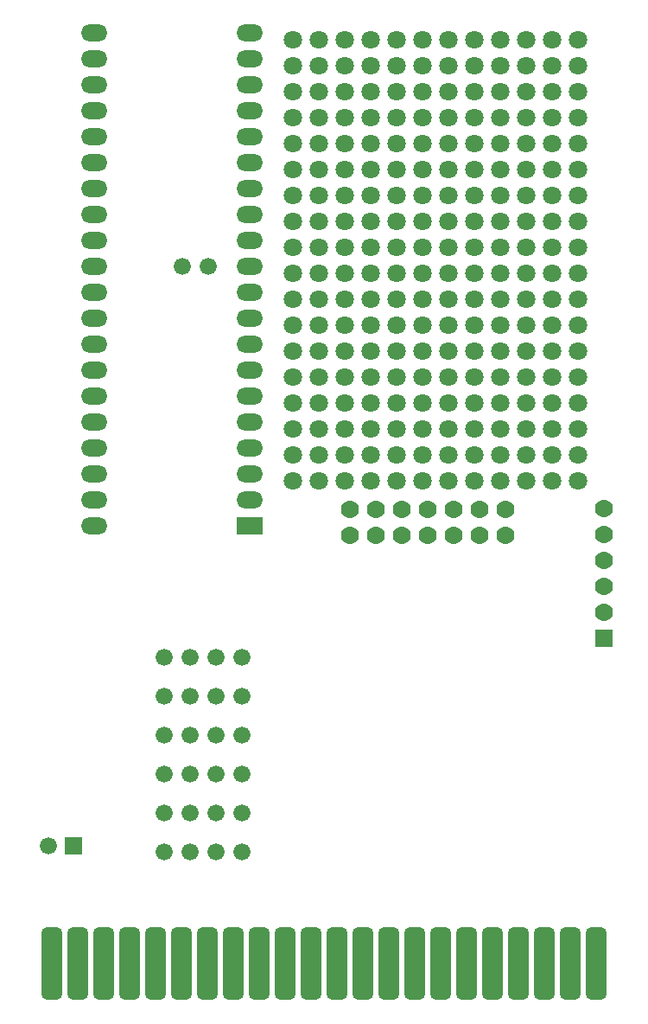
<source format=gbs>
G04*
G04 #@! TF.GenerationSoftware,Altium Limited,Altium Designer,21.1.1 (26)*
G04*
G04 Layer_Color=16711935*
%FSLAX25Y25*%
%MOIN*%
G70*
G04*
G04 #@! TF.SameCoordinates,A5F47C6F-2453-4AC6-896B-71FEB3B9F667*
G04*
G04*
G04 #@! TF.FilePolarity,Negative*
G04*
G01*
G75*
G04:AMPARAMS|DCode=23|XSize=81.73mil|YSize=278.58mil|CornerRadius=21.18mil|HoleSize=0mil|Usage=FLASHONLY|Rotation=0.000|XOffset=0mil|YOffset=0mil|HoleType=Round|Shape=RoundedRectangle|*
%AMROUNDEDRECTD23*
21,1,0.08173,0.23622,0,0,0.0*
21,1,0.03937,0.27858,0,0,0.0*
1,1,0.04236,0.01968,-0.11811*
1,1,0.04236,-0.01968,-0.11811*
1,1,0.04236,-0.01968,0.11811*
1,1,0.04236,0.01968,0.11811*
%
%ADD23ROUNDEDRECTD23*%
%ADD31C,0.06992*%
%ADD32C,0.06598*%
%ADD33O,0.10142X0.06598*%
%ADD34R,0.10142X0.06598*%
%ADD35R,0.06598X0.06598*%
%ADD36R,0.06992X0.06992*%
%ADD37C,0.07099*%
D23*
X29169Y19700D02*
D03*
X19169D02*
D03*
X69169D02*
D03*
X59169D02*
D03*
X49169D02*
D03*
X99169D02*
D03*
X89169D02*
D03*
X129169D02*
D03*
X119169D02*
D03*
X159169D02*
D03*
X149169D02*
D03*
X189169D02*
D03*
X179169D02*
D03*
X219169D02*
D03*
X209169D02*
D03*
X79169D02*
D03*
X39169D02*
D03*
X9169D02*
D03*
X199169D02*
D03*
X169169D02*
D03*
X139169D02*
D03*
X109169D02*
D03*
D31*
X184000Y184500D02*
D03*
X174000D02*
D03*
X164000D02*
D03*
X154000D02*
D03*
X144000D02*
D03*
X134000D02*
D03*
X124000D02*
D03*
Y194500D02*
D03*
X134000D02*
D03*
X144000D02*
D03*
X154000D02*
D03*
X164000D02*
D03*
X174000D02*
D03*
X184000D02*
D03*
X222000Y195000D02*
D03*
Y185000D02*
D03*
Y175000D02*
D03*
Y165000D02*
D03*
Y155000D02*
D03*
D32*
X52500Y92500D02*
D03*
X62500D02*
D03*
Y122500D02*
D03*
X52500D02*
D03*
X62500Y62500D02*
D03*
X52500D02*
D03*
X62500Y77500D02*
D03*
X52500D02*
D03*
X62500Y137500D02*
D03*
X52500D02*
D03*
X62500Y107500D02*
D03*
X52500D02*
D03*
X82500D02*
D03*
X72500D02*
D03*
X82500Y92500D02*
D03*
X72500D02*
D03*
X82500Y137500D02*
D03*
X72500D02*
D03*
X82500Y77500D02*
D03*
X72500D02*
D03*
X82500Y62500D02*
D03*
X72500D02*
D03*
X82500Y122500D02*
D03*
X72500D02*
D03*
X59369Y288300D02*
D03*
X69369D02*
D03*
X7658Y65000D02*
D03*
D33*
X85369Y328300D02*
D03*
Y338300D02*
D03*
Y348300D02*
D03*
Y358300D02*
D03*
Y368300D02*
D03*
Y378300D02*
D03*
Y318300D02*
D03*
Y308300D02*
D03*
Y298300D02*
D03*
Y288300D02*
D03*
Y278300D02*
D03*
Y268300D02*
D03*
Y258300D02*
D03*
Y248300D02*
D03*
Y238300D02*
D03*
Y228300D02*
D03*
Y218300D02*
D03*
Y208300D02*
D03*
Y198300D02*
D03*
X25369Y378300D02*
D03*
Y368300D02*
D03*
Y358300D02*
D03*
Y348300D02*
D03*
Y338300D02*
D03*
Y328300D02*
D03*
Y318300D02*
D03*
Y308300D02*
D03*
Y298300D02*
D03*
Y288300D02*
D03*
Y278300D02*
D03*
Y268300D02*
D03*
Y258300D02*
D03*
Y248300D02*
D03*
Y238300D02*
D03*
Y228300D02*
D03*
Y218300D02*
D03*
Y208300D02*
D03*
Y198300D02*
D03*
Y188300D02*
D03*
D34*
X85369D02*
D03*
D35*
X17500Y65000D02*
D03*
D36*
X222000Y145000D02*
D03*
D37*
X152004Y375500D02*
D03*
X192000D02*
D03*
X182000D02*
D03*
X172000D02*
D03*
X162000D02*
D03*
X142000D02*
D03*
X132000D02*
D03*
X122000D02*
D03*
X112000D02*
D03*
X102000Y375492D02*
D03*
X172000Y205500D02*
D03*
X192000D02*
D03*
X182000D02*
D03*
X212000D02*
D03*
X202000Y375500D02*
D03*
X212000D02*
D03*
Y365500D02*
D03*
X192000D02*
D03*
X182000D02*
D03*
X172000D02*
D03*
X122000D02*
D03*
X132000D02*
D03*
X142000D02*
D03*
X152000D02*
D03*
X162000D02*
D03*
X112000D02*
D03*
X102000D02*
D03*
X202000D02*
D03*
Y345500D02*
D03*
X102000D02*
D03*
X112000D02*
D03*
X162000D02*
D03*
X152000D02*
D03*
X142000D02*
D03*
X132000D02*
D03*
X122000D02*
D03*
X172000D02*
D03*
X182000D02*
D03*
X192000D02*
D03*
X212000D02*
D03*
Y355500D02*
D03*
X192000D02*
D03*
X182000D02*
D03*
X172000D02*
D03*
X122000D02*
D03*
X132000D02*
D03*
X142000D02*
D03*
X152000D02*
D03*
X162000D02*
D03*
X112000D02*
D03*
X102000D02*
D03*
X202000D02*
D03*
Y325500D02*
D03*
X102000D02*
D03*
X112000D02*
D03*
X162000D02*
D03*
X152000D02*
D03*
X142000D02*
D03*
X132000D02*
D03*
X122000D02*
D03*
X172000D02*
D03*
X182000D02*
D03*
X192000D02*
D03*
X212000D02*
D03*
Y335500D02*
D03*
X192000D02*
D03*
X182000D02*
D03*
X172000D02*
D03*
X122000D02*
D03*
X132000D02*
D03*
X142000D02*
D03*
X152000D02*
D03*
X162000D02*
D03*
X112000D02*
D03*
X102000D02*
D03*
X202000D02*
D03*
Y305500D02*
D03*
X102000D02*
D03*
X112000D02*
D03*
X162000D02*
D03*
X152000D02*
D03*
X142000D02*
D03*
X132000D02*
D03*
X122000D02*
D03*
X172000D02*
D03*
X182000D02*
D03*
X192000D02*
D03*
X212000D02*
D03*
Y315500D02*
D03*
X192000D02*
D03*
X182000D02*
D03*
X172000D02*
D03*
X122000D02*
D03*
X132000D02*
D03*
X142000D02*
D03*
X152000D02*
D03*
X162000D02*
D03*
X112000D02*
D03*
X102000D02*
D03*
X202000D02*
D03*
Y285500D02*
D03*
X102000D02*
D03*
X112000D02*
D03*
X162000D02*
D03*
X152000D02*
D03*
X142000D02*
D03*
X132000D02*
D03*
X122000D02*
D03*
X172000D02*
D03*
X182000D02*
D03*
X192000D02*
D03*
X212000D02*
D03*
Y295500D02*
D03*
X192000D02*
D03*
X182000D02*
D03*
X172000D02*
D03*
X122000D02*
D03*
X132000D02*
D03*
X142000D02*
D03*
X152000D02*
D03*
X162000D02*
D03*
X112000D02*
D03*
X102000D02*
D03*
X202000D02*
D03*
Y265500D02*
D03*
X102000D02*
D03*
X112000D02*
D03*
X162000D02*
D03*
X152000D02*
D03*
X142000D02*
D03*
X132000D02*
D03*
X122000D02*
D03*
X172000D02*
D03*
X182000D02*
D03*
X192000D02*
D03*
X212000D02*
D03*
Y275500D02*
D03*
X192000D02*
D03*
X182000D02*
D03*
X172000D02*
D03*
X122000D02*
D03*
X132000D02*
D03*
X142000D02*
D03*
X152000D02*
D03*
X162000D02*
D03*
X112000D02*
D03*
X102000D02*
D03*
X202000D02*
D03*
Y245500D02*
D03*
X102000D02*
D03*
X112000D02*
D03*
X162000D02*
D03*
X152000D02*
D03*
X142000D02*
D03*
X132000D02*
D03*
X122000D02*
D03*
X172000D02*
D03*
X182000D02*
D03*
X192000D02*
D03*
X212000D02*
D03*
Y255500D02*
D03*
X192000D02*
D03*
X182000D02*
D03*
X172000D02*
D03*
X122000D02*
D03*
X132000D02*
D03*
X142000D02*
D03*
X152000D02*
D03*
X162000D02*
D03*
X112000D02*
D03*
X102000D02*
D03*
X202000D02*
D03*
Y225500D02*
D03*
X102000D02*
D03*
X112000D02*
D03*
X162000D02*
D03*
X152000D02*
D03*
X142000D02*
D03*
X132000D02*
D03*
X122000D02*
D03*
X172000D02*
D03*
X182000D02*
D03*
X192000D02*
D03*
X212000D02*
D03*
Y235500D02*
D03*
X192000D02*
D03*
X182000D02*
D03*
X172000D02*
D03*
X122000D02*
D03*
X132000D02*
D03*
X142000D02*
D03*
X152000D02*
D03*
X162000D02*
D03*
X112000D02*
D03*
X102000D02*
D03*
X202000D02*
D03*
Y215500D02*
D03*
X102000D02*
D03*
X112000D02*
D03*
X162000D02*
D03*
X152000D02*
D03*
X142000D02*
D03*
X132000D02*
D03*
X122000D02*
D03*
X172000D02*
D03*
X182000D02*
D03*
X192000D02*
D03*
X212000D02*
D03*
X122000Y205500D02*
D03*
X132000D02*
D03*
X142000D02*
D03*
X152000D02*
D03*
X162000D02*
D03*
X112000D02*
D03*
X102000D02*
D03*
X202000D02*
D03*
M02*

</source>
